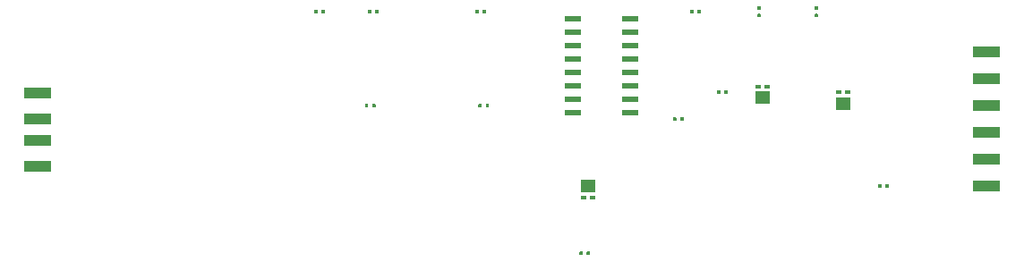
<source format=gbr>
G04 #@! TF.GenerationSoftware,KiCad,Pcbnew,5.0.2+dfsg1-1*
G04 #@! TF.CreationDate,2021-08-05T15:20:41-03:00*
G04 #@! TF.ProjectId,universerial,756e6976-6572-4736-9572-69616c2e6b69,rev?*
G04 #@! TF.SameCoordinates,Original*
G04 #@! TF.FileFunction,Paste,Top*
G04 #@! TF.FilePolarity,Positive*
%FSLAX46Y46*%
G04 Gerber Fmt 4.6, Leading zero omitted, Abs format (unit mm)*
G04 Created by KiCad (PCBNEW 5.0.2+dfsg1-1) date Thu Aug  5 15:20:41 2021*
%MOMM*%
%LPD*%
G01*
G04 APERTURE LIST*
%ADD10R,2.500000X1.100000*%
%ADD11C,0.100000*%
%ADD12C,0.318000*%
%ADD13R,1.400000X1.200000*%
%ADD14R,0.550000X0.380000*%
%ADD15R,2.500000X1.000000*%
%ADD16R,1.500000X0.600000*%
G04 APERTURE END LIST*
D10*
G04 #@! TO.C,J1*
X106680000Y-96520000D03*
X106680000Y-98520000D03*
X106680000Y-94020000D03*
X106680000Y-101020000D03*
G04 #@! TD*
D11*
G04 #@! TO.C,C1*
G36*
X133782292Y-86180383D02*
X133790010Y-86181528D01*
X133797578Y-86183423D01*
X133804923Y-86186052D01*
X133811976Y-86189387D01*
X133818668Y-86193398D01*
X133824934Y-86198046D01*
X133830715Y-86203285D01*
X133835954Y-86209066D01*
X133840602Y-86215332D01*
X133844613Y-86222024D01*
X133847948Y-86229077D01*
X133850577Y-86236422D01*
X133852472Y-86243990D01*
X133853617Y-86251708D01*
X133854000Y-86259500D01*
X133854000Y-86460500D01*
X133853617Y-86468292D01*
X133852472Y-86476010D01*
X133850577Y-86483578D01*
X133847948Y-86490923D01*
X133844613Y-86497976D01*
X133840602Y-86504668D01*
X133835954Y-86510934D01*
X133830715Y-86516715D01*
X133824934Y-86521954D01*
X133818668Y-86526602D01*
X133811976Y-86530613D01*
X133804923Y-86533948D01*
X133797578Y-86536577D01*
X133790010Y-86538472D01*
X133782292Y-86539617D01*
X133774500Y-86540000D01*
X133615500Y-86540000D01*
X133607708Y-86539617D01*
X133599990Y-86538472D01*
X133592422Y-86536577D01*
X133585077Y-86533948D01*
X133578024Y-86530613D01*
X133571332Y-86526602D01*
X133565066Y-86521954D01*
X133559285Y-86516715D01*
X133554046Y-86510934D01*
X133549398Y-86504668D01*
X133545387Y-86497976D01*
X133542052Y-86490923D01*
X133539423Y-86483578D01*
X133537528Y-86476010D01*
X133536383Y-86468292D01*
X133536000Y-86460500D01*
X133536000Y-86259500D01*
X133536383Y-86251708D01*
X133537528Y-86243990D01*
X133539423Y-86236422D01*
X133542052Y-86229077D01*
X133545387Y-86222024D01*
X133549398Y-86215332D01*
X133554046Y-86209066D01*
X133559285Y-86203285D01*
X133565066Y-86198046D01*
X133571332Y-86193398D01*
X133578024Y-86189387D01*
X133585077Y-86186052D01*
X133592422Y-86183423D01*
X133599990Y-86181528D01*
X133607708Y-86180383D01*
X133615500Y-86180000D01*
X133774500Y-86180000D01*
X133782292Y-86180383D01*
X133782292Y-86180383D01*
G37*
D12*
X133695000Y-86360000D03*
D11*
G36*
X133092292Y-86180383D02*
X133100010Y-86181528D01*
X133107578Y-86183423D01*
X133114923Y-86186052D01*
X133121976Y-86189387D01*
X133128668Y-86193398D01*
X133134934Y-86198046D01*
X133140715Y-86203285D01*
X133145954Y-86209066D01*
X133150602Y-86215332D01*
X133154613Y-86222024D01*
X133157948Y-86229077D01*
X133160577Y-86236422D01*
X133162472Y-86243990D01*
X133163617Y-86251708D01*
X133164000Y-86259500D01*
X133164000Y-86460500D01*
X133163617Y-86468292D01*
X133162472Y-86476010D01*
X133160577Y-86483578D01*
X133157948Y-86490923D01*
X133154613Y-86497976D01*
X133150602Y-86504668D01*
X133145954Y-86510934D01*
X133140715Y-86516715D01*
X133134934Y-86521954D01*
X133128668Y-86526602D01*
X133121976Y-86530613D01*
X133114923Y-86533948D01*
X133107578Y-86536577D01*
X133100010Y-86538472D01*
X133092292Y-86539617D01*
X133084500Y-86540000D01*
X132925500Y-86540000D01*
X132917708Y-86539617D01*
X132909990Y-86538472D01*
X132902422Y-86536577D01*
X132895077Y-86533948D01*
X132888024Y-86530613D01*
X132881332Y-86526602D01*
X132875066Y-86521954D01*
X132869285Y-86516715D01*
X132864046Y-86510934D01*
X132859398Y-86504668D01*
X132855387Y-86497976D01*
X132852052Y-86490923D01*
X132849423Y-86483578D01*
X132847528Y-86476010D01*
X132846383Y-86468292D01*
X132846000Y-86460500D01*
X132846000Y-86259500D01*
X132846383Y-86251708D01*
X132847528Y-86243990D01*
X132849423Y-86236422D01*
X132852052Y-86229077D01*
X132855387Y-86222024D01*
X132859398Y-86215332D01*
X132864046Y-86209066D01*
X132869285Y-86203285D01*
X132875066Y-86198046D01*
X132881332Y-86193398D01*
X132888024Y-86189387D01*
X132895077Y-86186052D01*
X132902422Y-86183423D01*
X132909990Y-86181528D01*
X132917708Y-86180383D01*
X132925500Y-86180000D01*
X133084500Y-86180000D01*
X133092292Y-86180383D01*
X133092292Y-86180383D01*
G37*
D12*
X133005000Y-86360000D03*
G04 #@! TD*
D11*
G04 #@! TO.C,C2*
G36*
X138172292Y-86180383D02*
X138180010Y-86181528D01*
X138187578Y-86183423D01*
X138194923Y-86186052D01*
X138201976Y-86189387D01*
X138208668Y-86193398D01*
X138214934Y-86198046D01*
X138220715Y-86203285D01*
X138225954Y-86209066D01*
X138230602Y-86215332D01*
X138234613Y-86222024D01*
X138237948Y-86229077D01*
X138240577Y-86236422D01*
X138242472Y-86243990D01*
X138243617Y-86251708D01*
X138244000Y-86259500D01*
X138244000Y-86460500D01*
X138243617Y-86468292D01*
X138242472Y-86476010D01*
X138240577Y-86483578D01*
X138237948Y-86490923D01*
X138234613Y-86497976D01*
X138230602Y-86504668D01*
X138225954Y-86510934D01*
X138220715Y-86516715D01*
X138214934Y-86521954D01*
X138208668Y-86526602D01*
X138201976Y-86530613D01*
X138194923Y-86533948D01*
X138187578Y-86536577D01*
X138180010Y-86538472D01*
X138172292Y-86539617D01*
X138164500Y-86540000D01*
X138005500Y-86540000D01*
X137997708Y-86539617D01*
X137989990Y-86538472D01*
X137982422Y-86536577D01*
X137975077Y-86533948D01*
X137968024Y-86530613D01*
X137961332Y-86526602D01*
X137955066Y-86521954D01*
X137949285Y-86516715D01*
X137944046Y-86510934D01*
X137939398Y-86504668D01*
X137935387Y-86497976D01*
X137932052Y-86490923D01*
X137929423Y-86483578D01*
X137927528Y-86476010D01*
X137926383Y-86468292D01*
X137926000Y-86460500D01*
X137926000Y-86259500D01*
X137926383Y-86251708D01*
X137927528Y-86243990D01*
X137929423Y-86236422D01*
X137932052Y-86229077D01*
X137935387Y-86222024D01*
X137939398Y-86215332D01*
X137944046Y-86209066D01*
X137949285Y-86203285D01*
X137955066Y-86198046D01*
X137961332Y-86193398D01*
X137968024Y-86189387D01*
X137975077Y-86186052D01*
X137982422Y-86183423D01*
X137989990Y-86181528D01*
X137997708Y-86180383D01*
X138005500Y-86180000D01*
X138164500Y-86180000D01*
X138172292Y-86180383D01*
X138172292Y-86180383D01*
G37*
D12*
X138085000Y-86360000D03*
D11*
G36*
X138862292Y-86180383D02*
X138870010Y-86181528D01*
X138877578Y-86183423D01*
X138884923Y-86186052D01*
X138891976Y-86189387D01*
X138898668Y-86193398D01*
X138904934Y-86198046D01*
X138910715Y-86203285D01*
X138915954Y-86209066D01*
X138920602Y-86215332D01*
X138924613Y-86222024D01*
X138927948Y-86229077D01*
X138930577Y-86236422D01*
X138932472Y-86243990D01*
X138933617Y-86251708D01*
X138934000Y-86259500D01*
X138934000Y-86460500D01*
X138933617Y-86468292D01*
X138932472Y-86476010D01*
X138930577Y-86483578D01*
X138927948Y-86490923D01*
X138924613Y-86497976D01*
X138920602Y-86504668D01*
X138915954Y-86510934D01*
X138910715Y-86516715D01*
X138904934Y-86521954D01*
X138898668Y-86526602D01*
X138891976Y-86530613D01*
X138884923Y-86533948D01*
X138877578Y-86536577D01*
X138870010Y-86538472D01*
X138862292Y-86539617D01*
X138854500Y-86540000D01*
X138695500Y-86540000D01*
X138687708Y-86539617D01*
X138679990Y-86538472D01*
X138672422Y-86536577D01*
X138665077Y-86533948D01*
X138658024Y-86530613D01*
X138651332Y-86526602D01*
X138645066Y-86521954D01*
X138639285Y-86516715D01*
X138634046Y-86510934D01*
X138629398Y-86504668D01*
X138625387Y-86497976D01*
X138622052Y-86490923D01*
X138619423Y-86483578D01*
X138617528Y-86476010D01*
X138616383Y-86468292D01*
X138616000Y-86460500D01*
X138616000Y-86259500D01*
X138616383Y-86251708D01*
X138617528Y-86243990D01*
X138619423Y-86236422D01*
X138622052Y-86229077D01*
X138625387Y-86222024D01*
X138629398Y-86215332D01*
X138634046Y-86209066D01*
X138639285Y-86203285D01*
X138645066Y-86198046D01*
X138651332Y-86193398D01*
X138658024Y-86189387D01*
X138665077Y-86186052D01*
X138672422Y-86183423D01*
X138679990Y-86181528D01*
X138687708Y-86180383D01*
X138695500Y-86180000D01*
X138854500Y-86180000D01*
X138862292Y-86180383D01*
X138862292Y-86180383D01*
G37*
D12*
X138775000Y-86360000D03*
G04 #@! TD*
D11*
G04 #@! TO.C,C3*
G36*
X138577292Y-95070383D02*
X138585010Y-95071528D01*
X138592578Y-95073423D01*
X138599923Y-95076052D01*
X138606976Y-95079387D01*
X138613668Y-95083398D01*
X138619934Y-95088046D01*
X138625715Y-95093285D01*
X138630954Y-95099066D01*
X138635602Y-95105332D01*
X138639613Y-95112024D01*
X138642948Y-95119077D01*
X138645577Y-95126422D01*
X138647472Y-95133990D01*
X138648617Y-95141708D01*
X138649000Y-95149500D01*
X138649000Y-95350500D01*
X138648617Y-95358292D01*
X138647472Y-95366010D01*
X138645577Y-95373578D01*
X138642948Y-95380923D01*
X138639613Y-95387976D01*
X138635602Y-95394668D01*
X138630954Y-95400934D01*
X138625715Y-95406715D01*
X138619934Y-95411954D01*
X138613668Y-95416602D01*
X138606976Y-95420613D01*
X138599923Y-95423948D01*
X138592578Y-95426577D01*
X138585010Y-95428472D01*
X138577292Y-95429617D01*
X138569500Y-95430000D01*
X138410500Y-95430000D01*
X138402708Y-95429617D01*
X138394990Y-95428472D01*
X138387422Y-95426577D01*
X138380077Y-95423948D01*
X138373024Y-95420613D01*
X138366332Y-95416602D01*
X138360066Y-95411954D01*
X138354285Y-95406715D01*
X138349046Y-95400934D01*
X138344398Y-95394668D01*
X138340387Y-95387976D01*
X138337052Y-95380923D01*
X138334423Y-95373578D01*
X138332528Y-95366010D01*
X138331383Y-95358292D01*
X138331000Y-95350500D01*
X138331000Y-95149500D01*
X138331383Y-95141708D01*
X138332528Y-95133990D01*
X138334423Y-95126422D01*
X138337052Y-95119077D01*
X138340387Y-95112024D01*
X138344398Y-95105332D01*
X138349046Y-95099066D01*
X138354285Y-95093285D01*
X138360066Y-95088046D01*
X138366332Y-95083398D01*
X138373024Y-95079387D01*
X138380077Y-95076052D01*
X138387422Y-95073423D01*
X138394990Y-95071528D01*
X138402708Y-95070383D01*
X138410500Y-95070000D01*
X138569500Y-95070000D01*
X138577292Y-95070383D01*
X138577292Y-95070383D01*
G37*
D12*
X138490000Y-95250000D03*
D11*
G36*
X137887292Y-95070383D02*
X137895010Y-95071528D01*
X137902578Y-95073423D01*
X137909923Y-95076052D01*
X137916976Y-95079387D01*
X137923668Y-95083398D01*
X137929934Y-95088046D01*
X137935715Y-95093285D01*
X137940954Y-95099066D01*
X137945602Y-95105332D01*
X137949613Y-95112024D01*
X137952948Y-95119077D01*
X137955577Y-95126422D01*
X137957472Y-95133990D01*
X137958617Y-95141708D01*
X137959000Y-95149500D01*
X137959000Y-95350500D01*
X137958617Y-95358292D01*
X137957472Y-95366010D01*
X137955577Y-95373578D01*
X137952948Y-95380923D01*
X137949613Y-95387976D01*
X137945602Y-95394668D01*
X137940954Y-95400934D01*
X137935715Y-95406715D01*
X137929934Y-95411954D01*
X137923668Y-95416602D01*
X137916976Y-95420613D01*
X137909923Y-95423948D01*
X137902578Y-95426577D01*
X137895010Y-95428472D01*
X137887292Y-95429617D01*
X137879500Y-95430000D01*
X137720500Y-95430000D01*
X137712708Y-95429617D01*
X137704990Y-95428472D01*
X137697422Y-95426577D01*
X137690077Y-95423948D01*
X137683024Y-95420613D01*
X137676332Y-95416602D01*
X137670066Y-95411954D01*
X137664285Y-95406715D01*
X137659046Y-95400934D01*
X137654398Y-95394668D01*
X137650387Y-95387976D01*
X137647052Y-95380923D01*
X137644423Y-95373578D01*
X137642528Y-95366010D01*
X137641383Y-95358292D01*
X137641000Y-95350500D01*
X137641000Y-95149500D01*
X137641383Y-95141708D01*
X137642528Y-95133990D01*
X137644423Y-95126422D01*
X137647052Y-95119077D01*
X137650387Y-95112024D01*
X137654398Y-95105332D01*
X137659046Y-95099066D01*
X137664285Y-95093285D01*
X137670066Y-95088046D01*
X137676332Y-95083398D01*
X137683024Y-95079387D01*
X137690077Y-95076052D01*
X137697422Y-95073423D01*
X137704990Y-95071528D01*
X137712708Y-95070383D01*
X137720500Y-95070000D01*
X137879500Y-95070000D01*
X137887292Y-95070383D01*
X137887292Y-95070383D01*
G37*
D12*
X137800000Y-95250000D03*
G04 #@! TD*
D11*
G04 #@! TO.C,C4*
G36*
X148617292Y-95070383D02*
X148625010Y-95071528D01*
X148632578Y-95073423D01*
X148639923Y-95076052D01*
X148646976Y-95079387D01*
X148653668Y-95083398D01*
X148659934Y-95088046D01*
X148665715Y-95093285D01*
X148670954Y-95099066D01*
X148675602Y-95105332D01*
X148679613Y-95112024D01*
X148682948Y-95119077D01*
X148685577Y-95126422D01*
X148687472Y-95133990D01*
X148688617Y-95141708D01*
X148689000Y-95149500D01*
X148689000Y-95350500D01*
X148688617Y-95358292D01*
X148687472Y-95366010D01*
X148685577Y-95373578D01*
X148682948Y-95380923D01*
X148679613Y-95387976D01*
X148675602Y-95394668D01*
X148670954Y-95400934D01*
X148665715Y-95406715D01*
X148659934Y-95411954D01*
X148653668Y-95416602D01*
X148646976Y-95420613D01*
X148639923Y-95423948D01*
X148632578Y-95426577D01*
X148625010Y-95428472D01*
X148617292Y-95429617D01*
X148609500Y-95430000D01*
X148450500Y-95430000D01*
X148442708Y-95429617D01*
X148434990Y-95428472D01*
X148427422Y-95426577D01*
X148420077Y-95423948D01*
X148413024Y-95420613D01*
X148406332Y-95416602D01*
X148400066Y-95411954D01*
X148394285Y-95406715D01*
X148389046Y-95400934D01*
X148384398Y-95394668D01*
X148380387Y-95387976D01*
X148377052Y-95380923D01*
X148374423Y-95373578D01*
X148372528Y-95366010D01*
X148371383Y-95358292D01*
X148371000Y-95350500D01*
X148371000Y-95149500D01*
X148371383Y-95141708D01*
X148372528Y-95133990D01*
X148374423Y-95126422D01*
X148377052Y-95119077D01*
X148380387Y-95112024D01*
X148384398Y-95105332D01*
X148389046Y-95099066D01*
X148394285Y-95093285D01*
X148400066Y-95088046D01*
X148406332Y-95083398D01*
X148413024Y-95079387D01*
X148420077Y-95076052D01*
X148427422Y-95073423D01*
X148434990Y-95071528D01*
X148442708Y-95070383D01*
X148450500Y-95070000D01*
X148609500Y-95070000D01*
X148617292Y-95070383D01*
X148617292Y-95070383D01*
G37*
D12*
X148530000Y-95250000D03*
D11*
G36*
X149307292Y-95070383D02*
X149315010Y-95071528D01*
X149322578Y-95073423D01*
X149329923Y-95076052D01*
X149336976Y-95079387D01*
X149343668Y-95083398D01*
X149349934Y-95088046D01*
X149355715Y-95093285D01*
X149360954Y-95099066D01*
X149365602Y-95105332D01*
X149369613Y-95112024D01*
X149372948Y-95119077D01*
X149375577Y-95126422D01*
X149377472Y-95133990D01*
X149378617Y-95141708D01*
X149379000Y-95149500D01*
X149379000Y-95350500D01*
X149378617Y-95358292D01*
X149377472Y-95366010D01*
X149375577Y-95373578D01*
X149372948Y-95380923D01*
X149369613Y-95387976D01*
X149365602Y-95394668D01*
X149360954Y-95400934D01*
X149355715Y-95406715D01*
X149349934Y-95411954D01*
X149343668Y-95416602D01*
X149336976Y-95420613D01*
X149329923Y-95423948D01*
X149322578Y-95426577D01*
X149315010Y-95428472D01*
X149307292Y-95429617D01*
X149299500Y-95430000D01*
X149140500Y-95430000D01*
X149132708Y-95429617D01*
X149124990Y-95428472D01*
X149117422Y-95426577D01*
X149110077Y-95423948D01*
X149103024Y-95420613D01*
X149096332Y-95416602D01*
X149090066Y-95411954D01*
X149084285Y-95406715D01*
X149079046Y-95400934D01*
X149074398Y-95394668D01*
X149070387Y-95387976D01*
X149067052Y-95380923D01*
X149064423Y-95373578D01*
X149062528Y-95366010D01*
X149061383Y-95358292D01*
X149061000Y-95350500D01*
X149061000Y-95149500D01*
X149061383Y-95141708D01*
X149062528Y-95133990D01*
X149064423Y-95126422D01*
X149067052Y-95119077D01*
X149070387Y-95112024D01*
X149074398Y-95105332D01*
X149079046Y-95099066D01*
X149084285Y-95093285D01*
X149090066Y-95088046D01*
X149096332Y-95083398D01*
X149103024Y-95079387D01*
X149110077Y-95076052D01*
X149117422Y-95073423D01*
X149124990Y-95071528D01*
X149132708Y-95070383D01*
X149140500Y-95070000D01*
X149299500Y-95070000D01*
X149307292Y-95070383D01*
X149307292Y-95070383D01*
G37*
D12*
X149220000Y-95250000D03*
G04 #@! TD*
D11*
G04 #@! TO.C,C5*
G36*
X149022292Y-86180383D02*
X149030010Y-86181528D01*
X149037578Y-86183423D01*
X149044923Y-86186052D01*
X149051976Y-86189387D01*
X149058668Y-86193398D01*
X149064934Y-86198046D01*
X149070715Y-86203285D01*
X149075954Y-86209066D01*
X149080602Y-86215332D01*
X149084613Y-86222024D01*
X149087948Y-86229077D01*
X149090577Y-86236422D01*
X149092472Y-86243990D01*
X149093617Y-86251708D01*
X149094000Y-86259500D01*
X149094000Y-86460500D01*
X149093617Y-86468292D01*
X149092472Y-86476010D01*
X149090577Y-86483578D01*
X149087948Y-86490923D01*
X149084613Y-86497976D01*
X149080602Y-86504668D01*
X149075954Y-86510934D01*
X149070715Y-86516715D01*
X149064934Y-86521954D01*
X149058668Y-86526602D01*
X149051976Y-86530613D01*
X149044923Y-86533948D01*
X149037578Y-86536577D01*
X149030010Y-86538472D01*
X149022292Y-86539617D01*
X149014500Y-86540000D01*
X148855500Y-86540000D01*
X148847708Y-86539617D01*
X148839990Y-86538472D01*
X148832422Y-86536577D01*
X148825077Y-86533948D01*
X148818024Y-86530613D01*
X148811332Y-86526602D01*
X148805066Y-86521954D01*
X148799285Y-86516715D01*
X148794046Y-86510934D01*
X148789398Y-86504668D01*
X148785387Y-86497976D01*
X148782052Y-86490923D01*
X148779423Y-86483578D01*
X148777528Y-86476010D01*
X148776383Y-86468292D01*
X148776000Y-86460500D01*
X148776000Y-86259500D01*
X148776383Y-86251708D01*
X148777528Y-86243990D01*
X148779423Y-86236422D01*
X148782052Y-86229077D01*
X148785387Y-86222024D01*
X148789398Y-86215332D01*
X148794046Y-86209066D01*
X148799285Y-86203285D01*
X148805066Y-86198046D01*
X148811332Y-86193398D01*
X148818024Y-86189387D01*
X148825077Y-86186052D01*
X148832422Y-86183423D01*
X148839990Y-86181528D01*
X148847708Y-86180383D01*
X148855500Y-86180000D01*
X149014500Y-86180000D01*
X149022292Y-86180383D01*
X149022292Y-86180383D01*
G37*
D12*
X148935000Y-86360000D03*
D11*
G36*
X148332292Y-86180383D02*
X148340010Y-86181528D01*
X148347578Y-86183423D01*
X148354923Y-86186052D01*
X148361976Y-86189387D01*
X148368668Y-86193398D01*
X148374934Y-86198046D01*
X148380715Y-86203285D01*
X148385954Y-86209066D01*
X148390602Y-86215332D01*
X148394613Y-86222024D01*
X148397948Y-86229077D01*
X148400577Y-86236422D01*
X148402472Y-86243990D01*
X148403617Y-86251708D01*
X148404000Y-86259500D01*
X148404000Y-86460500D01*
X148403617Y-86468292D01*
X148402472Y-86476010D01*
X148400577Y-86483578D01*
X148397948Y-86490923D01*
X148394613Y-86497976D01*
X148390602Y-86504668D01*
X148385954Y-86510934D01*
X148380715Y-86516715D01*
X148374934Y-86521954D01*
X148368668Y-86526602D01*
X148361976Y-86530613D01*
X148354923Y-86533948D01*
X148347578Y-86536577D01*
X148340010Y-86538472D01*
X148332292Y-86539617D01*
X148324500Y-86540000D01*
X148165500Y-86540000D01*
X148157708Y-86539617D01*
X148149990Y-86538472D01*
X148142422Y-86536577D01*
X148135077Y-86533948D01*
X148128024Y-86530613D01*
X148121332Y-86526602D01*
X148115066Y-86521954D01*
X148109285Y-86516715D01*
X148104046Y-86510934D01*
X148099398Y-86504668D01*
X148095387Y-86497976D01*
X148092052Y-86490923D01*
X148089423Y-86483578D01*
X148087528Y-86476010D01*
X148086383Y-86468292D01*
X148086000Y-86460500D01*
X148086000Y-86259500D01*
X148086383Y-86251708D01*
X148087528Y-86243990D01*
X148089423Y-86236422D01*
X148092052Y-86229077D01*
X148095387Y-86222024D01*
X148099398Y-86215332D01*
X148104046Y-86209066D01*
X148109285Y-86203285D01*
X148115066Y-86198046D01*
X148121332Y-86193398D01*
X148128024Y-86189387D01*
X148135077Y-86186052D01*
X148142422Y-86183423D01*
X148149990Y-86181528D01*
X148157708Y-86180383D01*
X148165500Y-86180000D01*
X148324500Y-86180000D01*
X148332292Y-86180383D01*
X148332292Y-86180383D01*
G37*
D12*
X148245000Y-86360000D03*
G04 #@! TD*
D11*
G04 #@! TO.C,C6*
G36*
X169342292Y-86180383D02*
X169350010Y-86181528D01*
X169357578Y-86183423D01*
X169364923Y-86186052D01*
X169371976Y-86189387D01*
X169378668Y-86193398D01*
X169384934Y-86198046D01*
X169390715Y-86203285D01*
X169395954Y-86209066D01*
X169400602Y-86215332D01*
X169404613Y-86222024D01*
X169407948Y-86229077D01*
X169410577Y-86236422D01*
X169412472Y-86243990D01*
X169413617Y-86251708D01*
X169414000Y-86259500D01*
X169414000Y-86460500D01*
X169413617Y-86468292D01*
X169412472Y-86476010D01*
X169410577Y-86483578D01*
X169407948Y-86490923D01*
X169404613Y-86497976D01*
X169400602Y-86504668D01*
X169395954Y-86510934D01*
X169390715Y-86516715D01*
X169384934Y-86521954D01*
X169378668Y-86526602D01*
X169371976Y-86530613D01*
X169364923Y-86533948D01*
X169357578Y-86536577D01*
X169350010Y-86538472D01*
X169342292Y-86539617D01*
X169334500Y-86540000D01*
X169175500Y-86540000D01*
X169167708Y-86539617D01*
X169159990Y-86538472D01*
X169152422Y-86536577D01*
X169145077Y-86533948D01*
X169138024Y-86530613D01*
X169131332Y-86526602D01*
X169125066Y-86521954D01*
X169119285Y-86516715D01*
X169114046Y-86510934D01*
X169109398Y-86504668D01*
X169105387Y-86497976D01*
X169102052Y-86490923D01*
X169099423Y-86483578D01*
X169097528Y-86476010D01*
X169096383Y-86468292D01*
X169096000Y-86460500D01*
X169096000Y-86259500D01*
X169096383Y-86251708D01*
X169097528Y-86243990D01*
X169099423Y-86236422D01*
X169102052Y-86229077D01*
X169105387Y-86222024D01*
X169109398Y-86215332D01*
X169114046Y-86209066D01*
X169119285Y-86203285D01*
X169125066Y-86198046D01*
X169131332Y-86193398D01*
X169138024Y-86189387D01*
X169145077Y-86186052D01*
X169152422Y-86183423D01*
X169159990Y-86181528D01*
X169167708Y-86180383D01*
X169175500Y-86180000D01*
X169334500Y-86180000D01*
X169342292Y-86180383D01*
X169342292Y-86180383D01*
G37*
D12*
X169255000Y-86360000D03*
D11*
G36*
X168652292Y-86180383D02*
X168660010Y-86181528D01*
X168667578Y-86183423D01*
X168674923Y-86186052D01*
X168681976Y-86189387D01*
X168688668Y-86193398D01*
X168694934Y-86198046D01*
X168700715Y-86203285D01*
X168705954Y-86209066D01*
X168710602Y-86215332D01*
X168714613Y-86222024D01*
X168717948Y-86229077D01*
X168720577Y-86236422D01*
X168722472Y-86243990D01*
X168723617Y-86251708D01*
X168724000Y-86259500D01*
X168724000Y-86460500D01*
X168723617Y-86468292D01*
X168722472Y-86476010D01*
X168720577Y-86483578D01*
X168717948Y-86490923D01*
X168714613Y-86497976D01*
X168710602Y-86504668D01*
X168705954Y-86510934D01*
X168700715Y-86516715D01*
X168694934Y-86521954D01*
X168688668Y-86526602D01*
X168681976Y-86530613D01*
X168674923Y-86533948D01*
X168667578Y-86536577D01*
X168660010Y-86538472D01*
X168652292Y-86539617D01*
X168644500Y-86540000D01*
X168485500Y-86540000D01*
X168477708Y-86539617D01*
X168469990Y-86538472D01*
X168462422Y-86536577D01*
X168455077Y-86533948D01*
X168448024Y-86530613D01*
X168441332Y-86526602D01*
X168435066Y-86521954D01*
X168429285Y-86516715D01*
X168424046Y-86510934D01*
X168419398Y-86504668D01*
X168415387Y-86497976D01*
X168412052Y-86490923D01*
X168409423Y-86483578D01*
X168407528Y-86476010D01*
X168406383Y-86468292D01*
X168406000Y-86460500D01*
X168406000Y-86259500D01*
X168406383Y-86251708D01*
X168407528Y-86243990D01*
X168409423Y-86236422D01*
X168412052Y-86229077D01*
X168415387Y-86222024D01*
X168419398Y-86215332D01*
X168424046Y-86209066D01*
X168429285Y-86203285D01*
X168435066Y-86198046D01*
X168441332Y-86193398D01*
X168448024Y-86189387D01*
X168455077Y-86186052D01*
X168462422Y-86183423D01*
X168469990Y-86181528D01*
X168477708Y-86180383D01*
X168485500Y-86180000D01*
X168644500Y-86180000D01*
X168652292Y-86180383D01*
X168652292Y-86180383D01*
G37*
D12*
X168565000Y-86360000D03*
G04 #@! TD*
D13*
G04 #@! TO.C,D1*
X158750000Y-102870000D03*
D14*
X158300000Y-103910000D03*
X159200000Y-103910000D03*
G04 #@! TD*
G04 #@! TO.C,D2*
X174810000Y-93460000D03*
X175710000Y-93460000D03*
D13*
X175260000Y-94500000D03*
G04 #@! TD*
D11*
G04 #@! TO.C,D3*
G36*
X171192292Y-93800383D02*
X171200010Y-93801528D01*
X171207578Y-93803423D01*
X171214923Y-93806052D01*
X171221976Y-93809387D01*
X171228668Y-93813398D01*
X171234934Y-93818046D01*
X171240715Y-93823285D01*
X171245954Y-93829066D01*
X171250602Y-93835332D01*
X171254613Y-93842024D01*
X171257948Y-93849077D01*
X171260577Y-93856422D01*
X171262472Y-93863990D01*
X171263617Y-93871708D01*
X171264000Y-93879500D01*
X171264000Y-94080500D01*
X171263617Y-94088292D01*
X171262472Y-94096010D01*
X171260577Y-94103578D01*
X171257948Y-94110923D01*
X171254613Y-94117976D01*
X171250602Y-94124668D01*
X171245954Y-94130934D01*
X171240715Y-94136715D01*
X171234934Y-94141954D01*
X171228668Y-94146602D01*
X171221976Y-94150613D01*
X171214923Y-94153948D01*
X171207578Y-94156577D01*
X171200010Y-94158472D01*
X171192292Y-94159617D01*
X171184500Y-94160000D01*
X171025500Y-94160000D01*
X171017708Y-94159617D01*
X171009990Y-94158472D01*
X171002422Y-94156577D01*
X170995077Y-94153948D01*
X170988024Y-94150613D01*
X170981332Y-94146602D01*
X170975066Y-94141954D01*
X170969285Y-94136715D01*
X170964046Y-94130934D01*
X170959398Y-94124668D01*
X170955387Y-94117976D01*
X170952052Y-94110923D01*
X170949423Y-94103578D01*
X170947528Y-94096010D01*
X170946383Y-94088292D01*
X170946000Y-94080500D01*
X170946000Y-93879500D01*
X170946383Y-93871708D01*
X170947528Y-93863990D01*
X170949423Y-93856422D01*
X170952052Y-93849077D01*
X170955387Y-93842024D01*
X170959398Y-93835332D01*
X170964046Y-93829066D01*
X170969285Y-93823285D01*
X170975066Y-93818046D01*
X170981332Y-93813398D01*
X170988024Y-93809387D01*
X170995077Y-93806052D01*
X171002422Y-93803423D01*
X171009990Y-93801528D01*
X171017708Y-93800383D01*
X171025500Y-93800000D01*
X171184500Y-93800000D01*
X171192292Y-93800383D01*
X171192292Y-93800383D01*
G37*
D12*
X171105000Y-93980000D03*
D11*
G36*
X171882292Y-93800383D02*
X171890010Y-93801528D01*
X171897578Y-93803423D01*
X171904923Y-93806052D01*
X171911976Y-93809387D01*
X171918668Y-93813398D01*
X171924934Y-93818046D01*
X171930715Y-93823285D01*
X171935954Y-93829066D01*
X171940602Y-93835332D01*
X171944613Y-93842024D01*
X171947948Y-93849077D01*
X171950577Y-93856422D01*
X171952472Y-93863990D01*
X171953617Y-93871708D01*
X171954000Y-93879500D01*
X171954000Y-94080500D01*
X171953617Y-94088292D01*
X171952472Y-94096010D01*
X171950577Y-94103578D01*
X171947948Y-94110923D01*
X171944613Y-94117976D01*
X171940602Y-94124668D01*
X171935954Y-94130934D01*
X171930715Y-94136715D01*
X171924934Y-94141954D01*
X171918668Y-94146602D01*
X171911976Y-94150613D01*
X171904923Y-94153948D01*
X171897578Y-94156577D01*
X171890010Y-94158472D01*
X171882292Y-94159617D01*
X171874500Y-94160000D01*
X171715500Y-94160000D01*
X171707708Y-94159617D01*
X171699990Y-94158472D01*
X171692422Y-94156577D01*
X171685077Y-94153948D01*
X171678024Y-94150613D01*
X171671332Y-94146602D01*
X171665066Y-94141954D01*
X171659285Y-94136715D01*
X171654046Y-94130934D01*
X171649398Y-94124668D01*
X171645387Y-94117976D01*
X171642052Y-94110923D01*
X171639423Y-94103578D01*
X171637528Y-94096010D01*
X171636383Y-94088292D01*
X171636000Y-94080500D01*
X171636000Y-93879500D01*
X171636383Y-93871708D01*
X171637528Y-93863990D01*
X171639423Y-93856422D01*
X171642052Y-93849077D01*
X171645387Y-93842024D01*
X171649398Y-93835332D01*
X171654046Y-93829066D01*
X171659285Y-93823285D01*
X171665066Y-93818046D01*
X171671332Y-93813398D01*
X171678024Y-93809387D01*
X171685077Y-93806052D01*
X171692422Y-93803423D01*
X171699990Y-93801528D01*
X171707708Y-93800383D01*
X171715500Y-93800000D01*
X171874500Y-93800000D01*
X171882292Y-93800383D01*
X171882292Y-93800383D01*
G37*
D12*
X171795000Y-93980000D03*
G04 #@! TD*
D13*
G04 #@! TO.C,D4*
X182880000Y-95020000D03*
D14*
X183330000Y-93980000D03*
X182430000Y-93980000D03*
G04 #@! TD*
D11*
G04 #@! TO.C,D5*
G36*
X167727292Y-96340383D02*
X167735010Y-96341528D01*
X167742578Y-96343423D01*
X167749923Y-96346052D01*
X167756976Y-96349387D01*
X167763668Y-96353398D01*
X167769934Y-96358046D01*
X167775715Y-96363285D01*
X167780954Y-96369066D01*
X167785602Y-96375332D01*
X167789613Y-96382024D01*
X167792948Y-96389077D01*
X167795577Y-96396422D01*
X167797472Y-96403990D01*
X167798617Y-96411708D01*
X167799000Y-96419500D01*
X167799000Y-96620500D01*
X167798617Y-96628292D01*
X167797472Y-96636010D01*
X167795577Y-96643578D01*
X167792948Y-96650923D01*
X167789613Y-96657976D01*
X167785602Y-96664668D01*
X167780954Y-96670934D01*
X167775715Y-96676715D01*
X167769934Y-96681954D01*
X167763668Y-96686602D01*
X167756976Y-96690613D01*
X167749923Y-96693948D01*
X167742578Y-96696577D01*
X167735010Y-96698472D01*
X167727292Y-96699617D01*
X167719500Y-96700000D01*
X167560500Y-96700000D01*
X167552708Y-96699617D01*
X167544990Y-96698472D01*
X167537422Y-96696577D01*
X167530077Y-96693948D01*
X167523024Y-96690613D01*
X167516332Y-96686602D01*
X167510066Y-96681954D01*
X167504285Y-96676715D01*
X167499046Y-96670934D01*
X167494398Y-96664668D01*
X167490387Y-96657976D01*
X167487052Y-96650923D01*
X167484423Y-96643578D01*
X167482528Y-96636010D01*
X167481383Y-96628292D01*
X167481000Y-96620500D01*
X167481000Y-96419500D01*
X167481383Y-96411708D01*
X167482528Y-96403990D01*
X167484423Y-96396422D01*
X167487052Y-96389077D01*
X167490387Y-96382024D01*
X167494398Y-96375332D01*
X167499046Y-96369066D01*
X167504285Y-96363285D01*
X167510066Y-96358046D01*
X167516332Y-96353398D01*
X167523024Y-96349387D01*
X167530077Y-96346052D01*
X167537422Y-96343423D01*
X167544990Y-96341528D01*
X167552708Y-96340383D01*
X167560500Y-96340000D01*
X167719500Y-96340000D01*
X167727292Y-96340383D01*
X167727292Y-96340383D01*
G37*
D12*
X167640000Y-96520000D03*
D11*
G36*
X167037292Y-96340383D02*
X167045010Y-96341528D01*
X167052578Y-96343423D01*
X167059923Y-96346052D01*
X167066976Y-96349387D01*
X167073668Y-96353398D01*
X167079934Y-96358046D01*
X167085715Y-96363285D01*
X167090954Y-96369066D01*
X167095602Y-96375332D01*
X167099613Y-96382024D01*
X167102948Y-96389077D01*
X167105577Y-96396422D01*
X167107472Y-96403990D01*
X167108617Y-96411708D01*
X167109000Y-96419500D01*
X167109000Y-96620500D01*
X167108617Y-96628292D01*
X167107472Y-96636010D01*
X167105577Y-96643578D01*
X167102948Y-96650923D01*
X167099613Y-96657976D01*
X167095602Y-96664668D01*
X167090954Y-96670934D01*
X167085715Y-96676715D01*
X167079934Y-96681954D01*
X167073668Y-96686602D01*
X167066976Y-96690613D01*
X167059923Y-96693948D01*
X167052578Y-96696577D01*
X167045010Y-96698472D01*
X167037292Y-96699617D01*
X167029500Y-96700000D01*
X166870500Y-96700000D01*
X166862708Y-96699617D01*
X166854990Y-96698472D01*
X166847422Y-96696577D01*
X166840077Y-96693948D01*
X166833024Y-96690613D01*
X166826332Y-96686602D01*
X166820066Y-96681954D01*
X166814285Y-96676715D01*
X166809046Y-96670934D01*
X166804398Y-96664668D01*
X166800387Y-96657976D01*
X166797052Y-96650923D01*
X166794423Y-96643578D01*
X166792528Y-96636010D01*
X166791383Y-96628292D01*
X166791000Y-96620500D01*
X166791000Y-96419500D01*
X166791383Y-96411708D01*
X166792528Y-96403990D01*
X166794423Y-96396422D01*
X166797052Y-96389077D01*
X166800387Y-96382024D01*
X166804398Y-96375332D01*
X166809046Y-96369066D01*
X166814285Y-96363285D01*
X166820066Y-96358046D01*
X166826332Y-96353398D01*
X166833024Y-96349387D01*
X166840077Y-96346052D01*
X166847422Y-96343423D01*
X166854990Y-96341528D01*
X166862708Y-96340383D01*
X166870500Y-96340000D01*
X167029500Y-96340000D01*
X167037292Y-96340383D01*
X167037292Y-96340383D01*
G37*
D12*
X166950000Y-96520000D03*
G04 #@! TD*
D15*
G04 #@! TO.C,J2*
X196405000Y-102870000D03*
X196405000Y-100330000D03*
X196405000Y-97790000D03*
X196405000Y-95250000D03*
X196405000Y-92710000D03*
X196405000Y-90170000D03*
G04 #@! TD*
D11*
G04 #@! TO.C,R1*
G36*
X158172292Y-109040383D02*
X158180010Y-109041528D01*
X158187578Y-109043423D01*
X158194923Y-109046052D01*
X158201976Y-109049387D01*
X158208668Y-109053398D01*
X158214934Y-109058046D01*
X158220715Y-109063285D01*
X158225954Y-109069066D01*
X158230602Y-109075332D01*
X158234613Y-109082024D01*
X158237948Y-109089077D01*
X158240577Y-109096422D01*
X158242472Y-109103990D01*
X158243617Y-109111708D01*
X158244000Y-109119500D01*
X158244000Y-109320500D01*
X158243617Y-109328292D01*
X158242472Y-109336010D01*
X158240577Y-109343578D01*
X158237948Y-109350923D01*
X158234613Y-109357976D01*
X158230602Y-109364668D01*
X158225954Y-109370934D01*
X158220715Y-109376715D01*
X158214934Y-109381954D01*
X158208668Y-109386602D01*
X158201976Y-109390613D01*
X158194923Y-109393948D01*
X158187578Y-109396577D01*
X158180010Y-109398472D01*
X158172292Y-109399617D01*
X158164500Y-109400000D01*
X158005500Y-109400000D01*
X157997708Y-109399617D01*
X157989990Y-109398472D01*
X157982422Y-109396577D01*
X157975077Y-109393948D01*
X157968024Y-109390613D01*
X157961332Y-109386602D01*
X157955066Y-109381954D01*
X157949285Y-109376715D01*
X157944046Y-109370934D01*
X157939398Y-109364668D01*
X157935387Y-109357976D01*
X157932052Y-109350923D01*
X157929423Y-109343578D01*
X157927528Y-109336010D01*
X157926383Y-109328292D01*
X157926000Y-109320500D01*
X157926000Y-109119500D01*
X157926383Y-109111708D01*
X157927528Y-109103990D01*
X157929423Y-109096422D01*
X157932052Y-109089077D01*
X157935387Y-109082024D01*
X157939398Y-109075332D01*
X157944046Y-109069066D01*
X157949285Y-109063285D01*
X157955066Y-109058046D01*
X157961332Y-109053398D01*
X157968024Y-109049387D01*
X157975077Y-109046052D01*
X157982422Y-109043423D01*
X157989990Y-109041528D01*
X157997708Y-109040383D01*
X158005500Y-109040000D01*
X158164500Y-109040000D01*
X158172292Y-109040383D01*
X158172292Y-109040383D01*
G37*
D12*
X158085000Y-109220000D03*
D11*
G36*
X158862292Y-109040383D02*
X158870010Y-109041528D01*
X158877578Y-109043423D01*
X158884923Y-109046052D01*
X158891976Y-109049387D01*
X158898668Y-109053398D01*
X158904934Y-109058046D01*
X158910715Y-109063285D01*
X158915954Y-109069066D01*
X158920602Y-109075332D01*
X158924613Y-109082024D01*
X158927948Y-109089077D01*
X158930577Y-109096422D01*
X158932472Y-109103990D01*
X158933617Y-109111708D01*
X158934000Y-109119500D01*
X158934000Y-109320500D01*
X158933617Y-109328292D01*
X158932472Y-109336010D01*
X158930577Y-109343578D01*
X158927948Y-109350923D01*
X158924613Y-109357976D01*
X158920602Y-109364668D01*
X158915954Y-109370934D01*
X158910715Y-109376715D01*
X158904934Y-109381954D01*
X158898668Y-109386602D01*
X158891976Y-109390613D01*
X158884923Y-109393948D01*
X158877578Y-109396577D01*
X158870010Y-109398472D01*
X158862292Y-109399617D01*
X158854500Y-109400000D01*
X158695500Y-109400000D01*
X158687708Y-109399617D01*
X158679990Y-109398472D01*
X158672422Y-109396577D01*
X158665077Y-109393948D01*
X158658024Y-109390613D01*
X158651332Y-109386602D01*
X158645066Y-109381954D01*
X158639285Y-109376715D01*
X158634046Y-109370934D01*
X158629398Y-109364668D01*
X158625387Y-109357976D01*
X158622052Y-109350923D01*
X158619423Y-109343578D01*
X158617528Y-109336010D01*
X158616383Y-109328292D01*
X158616000Y-109320500D01*
X158616000Y-109119500D01*
X158616383Y-109111708D01*
X158617528Y-109103990D01*
X158619423Y-109096422D01*
X158622052Y-109089077D01*
X158625387Y-109082024D01*
X158629398Y-109075332D01*
X158634046Y-109069066D01*
X158639285Y-109063285D01*
X158645066Y-109058046D01*
X158651332Y-109053398D01*
X158658024Y-109049387D01*
X158665077Y-109046052D01*
X158672422Y-109043423D01*
X158679990Y-109041528D01*
X158687708Y-109040383D01*
X158695500Y-109040000D01*
X158854500Y-109040000D01*
X158862292Y-109040383D01*
X158862292Y-109040383D01*
G37*
D12*
X158775000Y-109220000D03*
G04 #@! TD*
D11*
G04 #@! TO.C,R2*
G36*
X175023292Y-85856383D02*
X175031010Y-85857528D01*
X175038578Y-85859423D01*
X175045923Y-85862052D01*
X175052976Y-85865387D01*
X175059668Y-85869398D01*
X175065934Y-85874046D01*
X175071715Y-85879285D01*
X175076954Y-85885066D01*
X175081602Y-85891332D01*
X175085613Y-85898024D01*
X175088948Y-85905077D01*
X175091577Y-85912422D01*
X175093472Y-85919990D01*
X175094617Y-85927708D01*
X175095000Y-85935500D01*
X175095000Y-86094500D01*
X175094617Y-86102292D01*
X175093472Y-86110010D01*
X175091577Y-86117578D01*
X175088948Y-86124923D01*
X175085613Y-86131976D01*
X175081602Y-86138668D01*
X175076954Y-86144934D01*
X175071715Y-86150715D01*
X175065934Y-86155954D01*
X175059668Y-86160602D01*
X175052976Y-86164613D01*
X175045923Y-86167948D01*
X175038578Y-86170577D01*
X175031010Y-86172472D01*
X175023292Y-86173617D01*
X175015500Y-86174000D01*
X174814500Y-86174000D01*
X174806708Y-86173617D01*
X174798990Y-86172472D01*
X174791422Y-86170577D01*
X174784077Y-86167948D01*
X174777024Y-86164613D01*
X174770332Y-86160602D01*
X174764066Y-86155954D01*
X174758285Y-86150715D01*
X174753046Y-86144934D01*
X174748398Y-86138668D01*
X174744387Y-86131976D01*
X174741052Y-86124923D01*
X174738423Y-86117578D01*
X174736528Y-86110010D01*
X174735383Y-86102292D01*
X174735000Y-86094500D01*
X174735000Y-85935500D01*
X174735383Y-85927708D01*
X174736528Y-85919990D01*
X174738423Y-85912422D01*
X174741052Y-85905077D01*
X174744387Y-85898024D01*
X174748398Y-85891332D01*
X174753046Y-85885066D01*
X174758285Y-85879285D01*
X174764066Y-85874046D01*
X174770332Y-85869398D01*
X174777024Y-85865387D01*
X174784077Y-85862052D01*
X174791422Y-85859423D01*
X174798990Y-85857528D01*
X174806708Y-85856383D01*
X174814500Y-85856000D01*
X175015500Y-85856000D01*
X175023292Y-85856383D01*
X175023292Y-85856383D01*
G37*
D12*
X174915000Y-86015000D03*
D11*
G36*
X175023292Y-86546383D02*
X175031010Y-86547528D01*
X175038578Y-86549423D01*
X175045923Y-86552052D01*
X175052976Y-86555387D01*
X175059668Y-86559398D01*
X175065934Y-86564046D01*
X175071715Y-86569285D01*
X175076954Y-86575066D01*
X175081602Y-86581332D01*
X175085613Y-86588024D01*
X175088948Y-86595077D01*
X175091577Y-86602422D01*
X175093472Y-86609990D01*
X175094617Y-86617708D01*
X175095000Y-86625500D01*
X175095000Y-86784500D01*
X175094617Y-86792292D01*
X175093472Y-86800010D01*
X175091577Y-86807578D01*
X175088948Y-86814923D01*
X175085613Y-86821976D01*
X175081602Y-86828668D01*
X175076954Y-86834934D01*
X175071715Y-86840715D01*
X175065934Y-86845954D01*
X175059668Y-86850602D01*
X175052976Y-86854613D01*
X175045923Y-86857948D01*
X175038578Y-86860577D01*
X175031010Y-86862472D01*
X175023292Y-86863617D01*
X175015500Y-86864000D01*
X174814500Y-86864000D01*
X174806708Y-86863617D01*
X174798990Y-86862472D01*
X174791422Y-86860577D01*
X174784077Y-86857948D01*
X174777024Y-86854613D01*
X174770332Y-86850602D01*
X174764066Y-86845954D01*
X174758285Y-86840715D01*
X174753046Y-86834934D01*
X174748398Y-86828668D01*
X174744387Y-86821976D01*
X174741052Y-86814923D01*
X174738423Y-86807578D01*
X174736528Y-86800010D01*
X174735383Y-86792292D01*
X174735000Y-86784500D01*
X174735000Y-86625500D01*
X174735383Y-86617708D01*
X174736528Y-86609990D01*
X174738423Y-86602422D01*
X174741052Y-86595077D01*
X174744387Y-86588024D01*
X174748398Y-86581332D01*
X174753046Y-86575066D01*
X174758285Y-86569285D01*
X174764066Y-86564046D01*
X174770332Y-86559398D01*
X174777024Y-86555387D01*
X174784077Y-86552052D01*
X174791422Y-86549423D01*
X174798990Y-86547528D01*
X174806708Y-86546383D01*
X174814500Y-86546000D01*
X175015500Y-86546000D01*
X175023292Y-86546383D01*
X175023292Y-86546383D01*
G37*
D12*
X174915000Y-86705000D03*
G04 #@! TD*
D11*
G04 #@! TO.C,R3*
G36*
X180448292Y-86546383D02*
X180456010Y-86547528D01*
X180463578Y-86549423D01*
X180470923Y-86552052D01*
X180477976Y-86555387D01*
X180484668Y-86559398D01*
X180490934Y-86564046D01*
X180496715Y-86569285D01*
X180501954Y-86575066D01*
X180506602Y-86581332D01*
X180510613Y-86588024D01*
X180513948Y-86595077D01*
X180516577Y-86602422D01*
X180518472Y-86609990D01*
X180519617Y-86617708D01*
X180520000Y-86625500D01*
X180520000Y-86784500D01*
X180519617Y-86792292D01*
X180518472Y-86800010D01*
X180516577Y-86807578D01*
X180513948Y-86814923D01*
X180510613Y-86821976D01*
X180506602Y-86828668D01*
X180501954Y-86834934D01*
X180496715Y-86840715D01*
X180490934Y-86845954D01*
X180484668Y-86850602D01*
X180477976Y-86854613D01*
X180470923Y-86857948D01*
X180463578Y-86860577D01*
X180456010Y-86862472D01*
X180448292Y-86863617D01*
X180440500Y-86864000D01*
X180239500Y-86864000D01*
X180231708Y-86863617D01*
X180223990Y-86862472D01*
X180216422Y-86860577D01*
X180209077Y-86857948D01*
X180202024Y-86854613D01*
X180195332Y-86850602D01*
X180189066Y-86845954D01*
X180183285Y-86840715D01*
X180178046Y-86834934D01*
X180173398Y-86828668D01*
X180169387Y-86821976D01*
X180166052Y-86814923D01*
X180163423Y-86807578D01*
X180161528Y-86800010D01*
X180160383Y-86792292D01*
X180160000Y-86784500D01*
X180160000Y-86625500D01*
X180160383Y-86617708D01*
X180161528Y-86609990D01*
X180163423Y-86602422D01*
X180166052Y-86595077D01*
X180169387Y-86588024D01*
X180173398Y-86581332D01*
X180178046Y-86575066D01*
X180183285Y-86569285D01*
X180189066Y-86564046D01*
X180195332Y-86559398D01*
X180202024Y-86555387D01*
X180209077Y-86552052D01*
X180216422Y-86549423D01*
X180223990Y-86547528D01*
X180231708Y-86546383D01*
X180239500Y-86546000D01*
X180440500Y-86546000D01*
X180448292Y-86546383D01*
X180448292Y-86546383D01*
G37*
D12*
X180340000Y-86705000D03*
D11*
G36*
X180448292Y-85856383D02*
X180456010Y-85857528D01*
X180463578Y-85859423D01*
X180470923Y-85862052D01*
X180477976Y-85865387D01*
X180484668Y-85869398D01*
X180490934Y-85874046D01*
X180496715Y-85879285D01*
X180501954Y-85885066D01*
X180506602Y-85891332D01*
X180510613Y-85898024D01*
X180513948Y-85905077D01*
X180516577Y-85912422D01*
X180518472Y-85919990D01*
X180519617Y-85927708D01*
X180520000Y-85935500D01*
X180520000Y-86094500D01*
X180519617Y-86102292D01*
X180518472Y-86110010D01*
X180516577Y-86117578D01*
X180513948Y-86124923D01*
X180510613Y-86131976D01*
X180506602Y-86138668D01*
X180501954Y-86144934D01*
X180496715Y-86150715D01*
X180490934Y-86155954D01*
X180484668Y-86160602D01*
X180477976Y-86164613D01*
X180470923Y-86167948D01*
X180463578Y-86170577D01*
X180456010Y-86172472D01*
X180448292Y-86173617D01*
X180440500Y-86174000D01*
X180239500Y-86174000D01*
X180231708Y-86173617D01*
X180223990Y-86172472D01*
X180216422Y-86170577D01*
X180209077Y-86167948D01*
X180202024Y-86164613D01*
X180195332Y-86160602D01*
X180189066Y-86155954D01*
X180183285Y-86150715D01*
X180178046Y-86144934D01*
X180173398Y-86138668D01*
X180169387Y-86131976D01*
X180166052Y-86124923D01*
X180163423Y-86117578D01*
X180161528Y-86110010D01*
X180160383Y-86102292D01*
X180160000Y-86094500D01*
X180160000Y-85935500D01*
X180160383Y-85927708D01*
X180161528Y-85919990D01*
X180163423Y-85912422D01*
X180166052Y-85905077D01*
X180169387Y-85898024D01*
X180173398Y-85891332D01*
X180178046Y-85885066D01*
X180183285Y-85879285D01*
X180189066Y-85874046D01*
X180195332Y-85869398D01*
X180202024Y-85865387D01*
X180209077Y-85862052D01*
X180216422Y-85859423D01*
X180223990Y-85857528D01*
X180231708Y-85856383D01*
X180239500Y-85856000D01*
X180440500Y-85856000D01*
X180448292Y-85856383D01*
X180448292Y-85856383D01*
G37*
D12*
X180340000Y-86015000D03*
G04 #@! TD*
D11*
G04 #@! TO.C,R4*
G36*
X187122292Y-102690383D02*
X187130010Y-102691528D01*
X187137578Y-102693423D01*
X187144923Y-102696052D01*
X187151976Y-102699387D01*
X187158668Y-102703398D01*
X187164934Y-102708046D01*
X187170715Y-102713285D01*
X187175954Y-102719066D01*
X187180602Y-102725332D01*
X187184613Y-102732024D01*
X187187948Y-102739077D01*
X187190577Y-102746422D01*
X187192472Y-102753990D01*
X187193617Y-102761708D01*
X187194000Y-102769500D01*
X187194000Y-102970500D01*
X187193617Y-102978292D01*
X187192472Y-102986010D01*
X187190577Y-102993578D01*
X187187948Y-103000923D01*
X187184613Y-103007976D01*
X187180602Y-103014668D01*
X187175954Y-103020934D01*
X187170715Y-103026715D01*
X187164934Y-103031954D01*
X187158668Y-103036602D01*
X187151976Y-103040613D01*
X187144923Y-103043948D01*
X187137578Y-103046577D01*
X187130010Y-103048472D01*
X187122292Y-103049617D01*
X187114500Y-103050000D01*
X186955500Y-103050000D01*
X186947708Y-103049617D01*
X186939990Y-103048472D01*
X186932422Y-103046577D01*
X186925077Y-103043948D01*
X186918024Y-103040613D01*
X186911332Y-103036602D01*
X186905066Y-103031954D01*
X186899285Y-103026715D01*
X186894046Y-103020934D01*
X186889398Y-103014668D01*
X186885387Y-103007976D01*
X186882052Y-103000923D01*
X186879423Y-102993578D01*
X186877528Y-102986010D01*
X186876383Y-102978292D01*
X186876000Y-102970500D01*
X186876000Y-102769500D01*
X186876383Y-102761708D01*
X186877528Y-102753990D01*
X186879423Y-102746422D01*
X186882052Y-102739077D01*
X186885387Y-102732024D01*
X186889398Y-102725332D01*
X186894046Y-102719066D01*
X186899285Y-102713285D01*
X186905066Y-102708046D01*
X186911332Y-102703398D01*
X186918024Y-102699387D01*
X186925077Y-102696052D01*
X186932422Y-102693423D01*
X186939990Y-102691528D01*
X186947708Y-102690383D01*
X186955500Y-102690000D01*
X187114500Y-102690000D01*
X187122292Y-102690383D01*
X187122292Y-102690383D01*
G37*
D12*
X187035000Y-102870000D03*
D11*
G36*
X186432292Y-102690383D02*
X186440010Y-102691528D01*
X186447578Y-102693423D01*
X186454923Y-102696052D01*
X186461976Y-102699387D01*
X186468668Y-102703398D01*
X186474934Y-102708046D01*
X186480715Y-102713285D01*
X186485954Y-102719066D01*
X186490602Y-102725332D01*
X186494613Y-102732024D01*
X186497948Y-102739077D01*
X186500577Y-102746422D01*
X186502472Y-102753990D01*
X186503617Y-102761708D01*
X186504000Y-102769500D01*
X186504000Y-102970500D01*
X186503617Y-102978292D01*
X186502472Y-102986010D01*
X186500577Y-102993578D01*
X186497948Y-103000923D01*
X186494613Y-103007976D01*
X186490602Y-103014668D01*
X186485954Y-103020934D01*
X186480715Y-103026715D01*
X186474934Y-103031954D01*
X186468668Y-103036602D01*
X186461976Y-103040613D01*
X186454923Y-103043948D01*
X186447578Y-103046577D01*
X186440010Y-103048472D01*
X186432292Y-103049617D01*
X186424500Y-103050000D01*
X186265500Y-103050000D01*
X186257708Y-103049617D01*
X186249990Y-103048472D01*
X186242422Y-103046577D01*
X186235077Y-103043948D01*
X186228024Y-103040613D01*
X186221332Y-103036602D01*
X186215066Y-103031954D01*
X186209285Y-103026715D01*
X186204046Y-103020934D01*
X186199398Y-103014668D01*
X186195387Y-103007976D01*
X186192052Y-103000923D01*
X186189423Y-102993578D01*
X186187528Y-102986010D01*
X186186383Y-102978292D01*
X186186000Y-102970500D01*
X186186000Y-102769500D01*
X186186383Y-102761708D01*
X186187528Y-102753990D01*
X186189423Y-102746422D01*
X186192052Y-102739077D01*
X186195387Y-102732024D01*
X186199398Y-102725332D01*
X186204046Y-102719066D01*
X186209285Y-102713285D01*
X186215066Y-102708046D01*
X186221332Y-102703398D01*
X186228024Y-102699387D01*
X186235077Y-102696052D01*
X186242422Y-102693423D01*
X186249990Y-102691528D01*
X186257708Y-102690383D01*
X186265500Y-102690000D01*
X186424500Y-102690000D01*
X186432292Y-102690383D01*
X186432292Y-102690383D01*
G37*
D12*
X186345000Y-102870000D03*
G04 #@! TD*
D16*
G04 #@! TO.C,U1*
X162720000Y-86995000D03*
X162720000Y-88265000D03*
X162720000Y-89535000D03*
X162720000Y-90805000D03*
X162720000Y-92075000D03*
X162720000Y-93345000D03*
X162720000Y-94615000D03*
X162720000Y-95885000D03*
X157320000Y-95885000D03*
X157320000Y-94615000D03*
X157320000Y-93345000D03*
X157320000Y-92075000D03*
X157320000Y-90805000D03*
X157320000Y-89535000D03*
X157320000Y-88265000D03*
X157320000Y-86995000D03*
G04 #@! TD*
M02*

</source>
